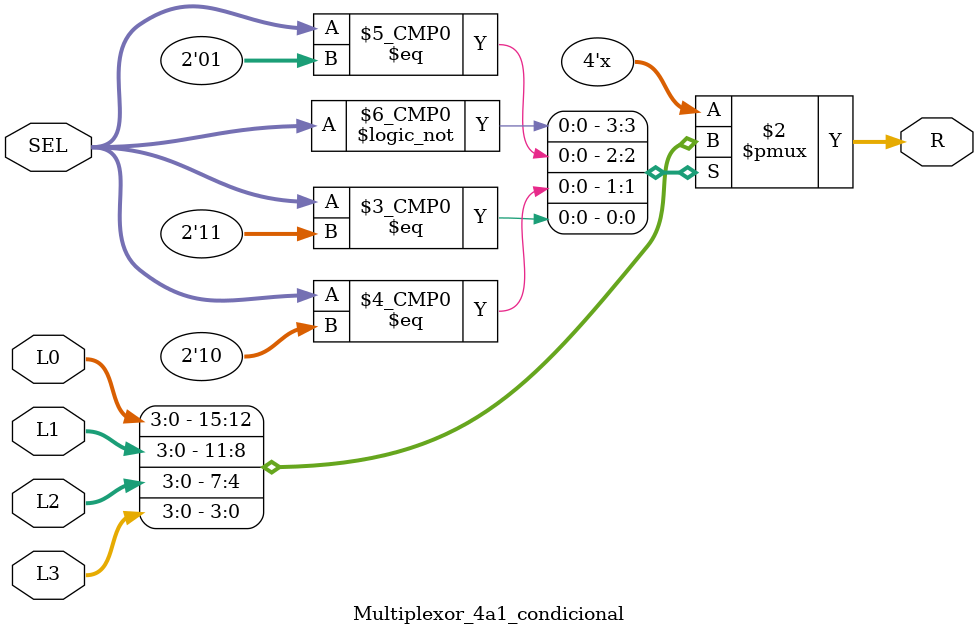
<source format=v>
`timescale 1ns / 1ps

module Multiplexor_4a1_condicional(
    input [3:0] L0,
    input [3:0] L1,
    input [3:0] L2,
    input [3:0] L3,
    input [1:0] SEL,
    output reg [3:0] R
    );
    
        
    always @ (L0 or L1 or L2 or L3 or SEL) 
    begin
        case (SEL)
            2'b00: R = L0;
            2'b01: R = L1;
            2'b10: R = L2;
            2'b11: R = L3;
        endcase   
    end 
endmodule

</source>
